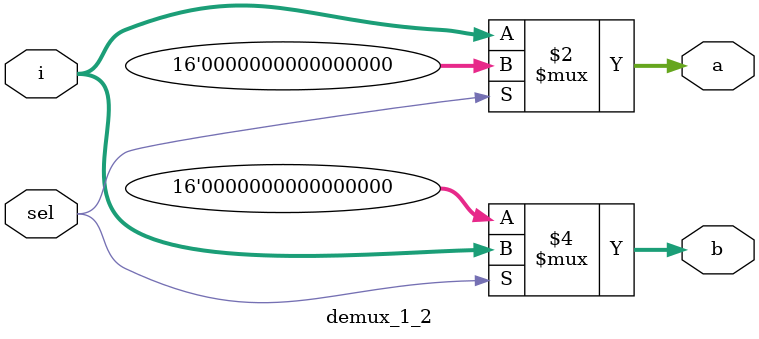
<source format=v>
module demux_1_2 (i,sel,a,b);
  input [15:0] i;
  input sel;
  output [15:0] a, b;

  assign a = (sel == 1'b0) ? i : 16'b0;
  assign b = (sel == 1'b0) ? 16'b0 : i;
endmodule
</source>
